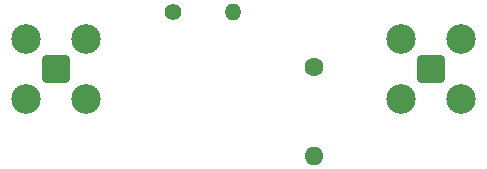
<source format=gbr>
%TF.GenerationSoftware,KiCad,Pcbnew,8.0.1*%
%TF.CreationDate,2024-04-10T13:10:00-07:00*%
%TF.ProjectId,LowPassFilter,4c6f7750-6173-4734-9669-6c7465722e6b,rev?*%
%TF.SameCoordinates,Original*%
%TF.FileFunction,Soldermask,Bot*%
%TF.FilePolarity,Negative*%
%FSLAX46Y46*%
G04 Gerber Fmt 4.6, Leading zero omitted, Abs format (unit mm)*
G04 Created by KiCad (PCBNEW 8.0.1) date 2024-04-10 13:10:00*
%MOMM*%
%LPD*%
G01*
G04 APERTURE LIST*
G04 Aperture macros list*
%AMRoundRect*
0 Rectangle with rounded corners*
0 $1 Rounding radius*
0 $2 $3 $4 $5 $6 $7 $8 $9 X,Y pos of 4 corners*
0 Add a 4 corners polygon primitive as box body*
4,1,4,$2,$3,$4,$5,$6,$7,$8,$9,$2,$3,0*
0 Add four circle primitives for the rounded corners*
1,1,$1+$1,$2,$3*
1,1,$1+$1,$4,$5*
1,1,$1+$1,$6,$7*
1,1,$1+$1,$8,$9*
0 Add four rect primitives between the rounded corners*
20,1,$1+$1,$2,$3,$4,$5,0*
20,1,$1+$1,$4,$5,$6,$7,0*
20,1,$1+$1,$6,$7,$8,$9,0*
20,1,$1+$1,$8,$9,$2,$3,0*%
G04 Aperture macros list end*
%ADD10C,1.600000*%
%ADD11O,1.600000X1.600000*%
%ADD12RoundRect,0.200100X0.949900X-0.949900X0.949900X0.949900X-0.949900X0.949900X-0.949900X-0.949900X0*%
%ADD13C,2.500000*%
%ADD14RoundRect,0.200100X-0.949900X0.949900X-0.949900X-0.949900X0.949900X-0.949900X0.949900X0.949900X0*%
%ADD15C,1.400000*%
%ADD16O,1.400000X1.400000*%
G04 APERTURE END LIST*
D10*
%TO.C,C2*%
X154178000Y-94802000D03*
D11*
X154178000Y-102302000D03*
%TD*%
D12*
%TO.C,RF-IN*%
X132374000Y-94996000D03*
D13*
X129834000Y-97536000D03*
X134914000Y-97536000D03*
X129834000Y-92456000D03*
X134914000Y-92456000D03*
%TD*%
D14*
%TO.C,RF-OUT*%
X164084000Y-94996000D03*
D13*
X166624000Y-92456000D03*
X161544000Y-92456000D03*
X166624000Y-97536000D03*
X161544000Y-97536000D03*
%TD*%
D15*
%TO.C,R2*%
X142240000Y-90170000D03*
D16*
X147320000Y-90170000D03*
%TD*%
M02*

</source>
